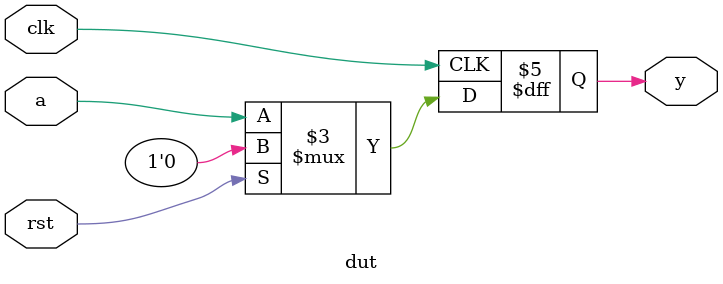
<source format=sv>
module dut (
  input  logic clk,
  input  logic rst,
  input  logic a,
  output logic y
);
  always_ff @(posedge clk)
    if (rst) y <= 0;
    else     y <= a;
endmodule
</source>
